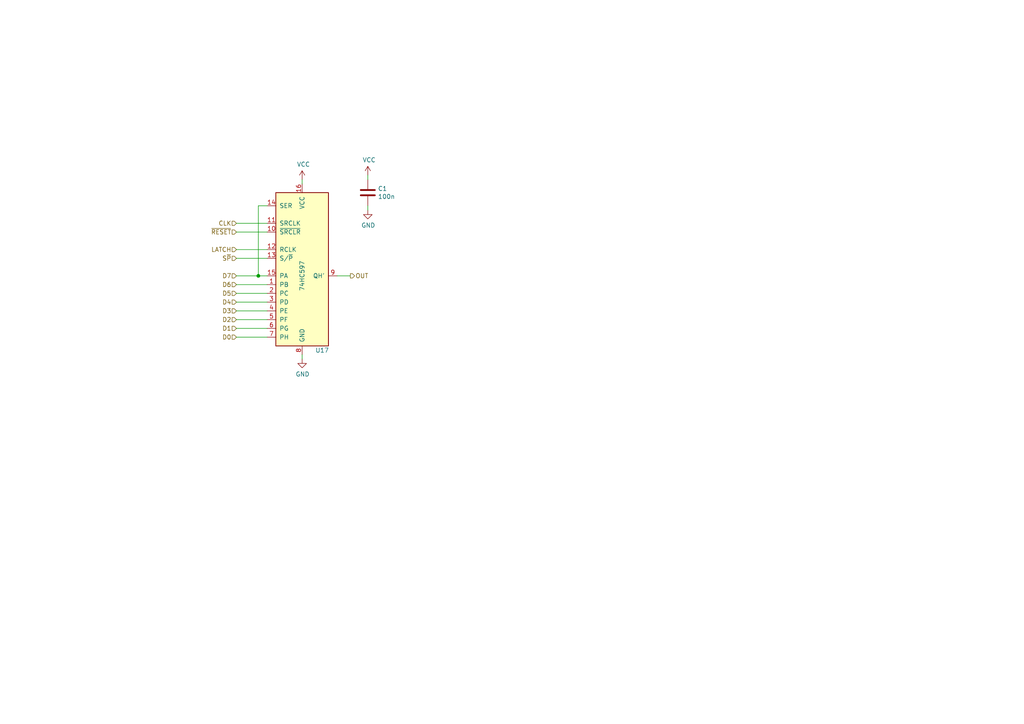
<source format=kicad_sch>
(kicad_sch (version 20211123) (generator eeschema)
  (paper "A4")
  (lib_symbols
    (symbol "Device:C" (pin_numbers hide) (pin_names (offset 0.254))
      (property "Reference" "C" (at 0.635 2.54 0))
      (property "Value" "C" (at 0.635 -2.54 0))
      (symbol "C_0_1"
        (polyline (pts (xy -2.032 -0.762) (xy 2.032 -0.762)) (stroke (width 0.508)))
        (polyline (pts (xy -2.032 0.762) (xy 2.032 0.762)) (stroke (width 0.508)))
      )
      (symbol "C_1_1"
        (pin passive line (at 0 3.81 270) (length 2.794) (name "~") (number "1"))
        (pin passive line (at 0 -3.81 90) (length 2.794) (name "~") (number "2"))
      )
    )
    (symbol "power:GND" (power) (pin_names (offset 0))
      (property "Value" "GND" (at 0 -3.81 0))
      (symbol "GND_0_1"
        (polyline (pts (xy 0 0) (xy 0 -1.27) (xy 1.27 -1.27) (xy 0 -2.54) (xy -1.27 -1.27) (xy 0 -1.27)))
      )
      (symbol "GND_1_1"
        (pin power_in line (at 0 0 270) (length 0) hide (name "GND") (number "1"))
      )
    )
    (symbol "power:VCC" (power) (pin_names (offset 0))
      (property "Value" "VCC" (at 0 3.81 0))
      (symbol "VCC_0_1"
        (polyline (pts (xy -0.762 1.27) (xy 0 2.54)))
        (polyline (pts (xy 0 0) (xy 0 2.54)))
        (polyline (pts (xy 0 2.54) (xy 0.762 1.27)))
      )
      (symbol "VCC_1_1"
        (pin power_in line (at 0 0 90) (length 0) hide (name "VCC") (number "1"))
      )
    )
    (symbol "riscv-serial:74HC597" (pin_names (offset 1.016))
      (property "Reference" "U" (at 5.08 -22.86 0))
      (property "Value" "74HC597" (at 0 0 90))
      (symbol "74HC597_0_1"
        (rectangle (start -7.62 24.13) (end 7.62 -20.32) (stroke (width 0.254)) (fill (type background)))
      )
      (symbol "74HC597_1_1"
        (pin input line (at -10.16 -2.54 0) (length 2.54) (name "PB") (number "1"))
        (pin input line (at -10.16 12.7 0) (length 2.54) (name "~{SRCLR}") (number "10"))
        (pin input line (at -10.16 15.24 0) (length 2.54) (name "SRCLK") (number "11"))
        (pin input line (at -10.16 7.62 0) (length 2.54) (name "RCLK") (number "12"))
        (pin input line (at -10.16 5.08 0) (length 2.54) (name "S/~{P}") (number "13"))
        (pin input line (at -10.16 20.32 0) (length 2.54) (name "SER") (number "14"))
        (pin input line (at -10.16 0 0) (length 2.54) (name "PA") (number "15"))
        (pin power_in line (at 0 26.67 270) (length 2.54) (name "VCC") (number "16"))
        (pin input line (at -10.16 -5.08 0) (length 2.54) (name "PC") (number "2"))
        (pin input line (at -10.16 -7.62 0) (length 2.54) (name "PD") (number "3"))
        (pin input line (at -10.16 -10.16 0) (length 2.54) (name "PE") (number "4"))
        (pin input line (at -10.16 -12.7 0) (length 2.54) (name "PF") (number "5"))
        (pin input line (at -10.16 -15.24 0) (length 2.54) (name "PG") (number "6"))
        (pin input line (at -10.16 -17.78 0) (length 2.54) (name "PH") (number "7"))
        (pin power_in line (at 0 -22.86 90) (length 2.54) (name "GND") (number "8"))
        (pin output line (at 10.16 0 180) (length 2.54) (name "QH'") (number "9"))
      )
    )
  )
  (junction (at 74.93 80.01))
  (wire (pts (xy 74.93 80.01) (xy 77.47 80.01)))
  (wire (pts (xy 77.47 64.77) (xy 68.58 64.77)))
  (wire (pts (xy 77.47 72.39) (xy 68.58 72.39)))
  (wire (pts (xy 68.58 95.25) (xy 77.47 95.25)))
  (wire (pts (xy 68.58 90.17) (xy 77.47 90.17)))
  (wire (pts (xy 87.63 102.87) (xy 87.63 104.14)))
  (wire (pts (xy 77.47 92.71) (xy 68.58 92.71)))
  (wire (pts (xy 106.68 50.8) (xy 106.68 52.07)))
  (wire (pts (xy 77.47 87.63) (xy 68.58 87.63)))
  (wire (pts (xy 87.63 52.07) (xy 87.63 53.34)))
  (wire (pts (xy 68.58 80.01) (xy 74.93 80.01)))
  (wire (pts (xy 77.47 59.69) (xy 74.93 59.69)))
  (wire (pts (xy 106.68 59.69) (xy 106.68 60.96)))
  (wire (pts (xy 68.58 85.09) (xy 77.47 85.09)))
  (wire (pts (xy 74.93 59.69) (xy 74.93 80.01)))
  (wire (pts (xy 68.58 67.31) (xy 77.47 67.31)))
  (wire (pts (xy 68.58 74.93) (xy 77.47 74.93)))
  (wire (pts (xy 77.47 97.79) (xy 68.58 97.79)))
  (wire (pts (xy 77.47 82.55) (xy 68.58 82.55)))
  (wire (pts (xy 101.6 80.01) (xy 97.79 80.01)))
  (hierarchical_label "D0" (shape input) (at 68.58 97.79 180))
  (hierarchical_label "~{RESET}" (shape input) (at 68.58 67.31 180))
  (hierarchical_label "D3" (shape input) (at 68.58 90.17 180))
  (hierarchical_label "LATCH" (shape input) (at 68.58 72.39 180))
  (hierarchical_label "D5" (shape input) (at 68.58 85.09 180))
  (hierarchical_label "S~{P}" (shape input) (at 68.58 74.93 180))
  (hierarchical_label "D6" (shape input) (at 68.58 82.55 180))
  (hierarchical_label "D1" (shape input) (at 68.58 95.25 180))
  (hierarchical_label "D4" (shape input) (at 68.58 87.63 180))
  (hierarchical_label "CLK" (shape input) (at 68.58 64.77 180))
  (hierarchical_label "D2" (shape input) (at 68.58 92.71 180))
  (hierarchical_label "D7" (shape input) (at 68.58 80.01 180))
  (hierarchical_label "OUT" (shape output) (at 101.6 80.01 0))
  (symbol (lib_id "power:GND") (at 87.63 104.14 0) (unit 1)
    (property "Reference" "#PWR0134" (effects hide))
    (property "Value" "GND" (at 87.757 108.5342 0))
  )
  (symbol (lib_id "riscv-serial:74HC597") (at 87.63 80.01 0) (unit 1)
    (property "Reference" "U17" (at 91.44 101.6 0) (effects (justify left)))
    (property "Value" "74HC597" (at 87.63 80.01 90))
    (property "Footprint" "Package_SO:SOIC-16_3.9x9.9mm_P1.27mm" (effects hide))
  )
  (symbol (lib_id "power:VCC") (at 87.63 52.07 0) (unit 1)
    (property "Reference" "#PWR0133" (effects hide))
    (property "Value" "VCC" (at 88.011 47.6758 0))
  )
  (symbol (lib_id "Device:C") (at 106.68 55.88 0) (unit 1)
    (property "Reference" "C1" (at 109.601 54.7116 0) (effects (justify left)))
    (property "Value" "100n" (at 109.601 57.023 0) (effects (justify left)))
    (property "Footprint" "Capacitor_SMD:C_0805_2012Metric_Pad1.18x1.45mm_HandSolder" (effects hide))
  )
  (symbol (lib_id "power:VCC") (at 106.68 50.8 0) (unit 1)
    (property "Reference" "#PWR0135" (effects hide))
    (property "Value" "VCC" (at 107.061 46.4058 0))
  )
  (symbol (lib_id "power:GND") (at 106.68 60.96 0) (unit 1)
    (property "Reference" "#PWR0136" (effects hide))
    (property "Value" "GND" (at 106.807 65.3542 0))
  )
)
</source>
